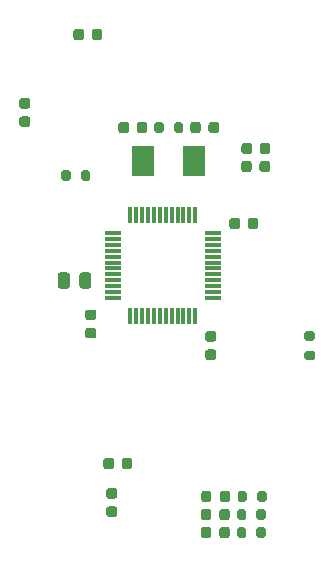
<source format=gbr>
%TF.GenerationSoftware,KiCad,Pcbnew,(5.1.9)-1*%
%TF.CreationDate,2021-02-22T18:19:41+01:00*%
%TF.ProjectId,bluePillG,626c7565-5069-46c6-9c47-2e6b69636164,rev?*%
%TF.SameCoordinates,Original*%
%TF.FileFunction,Paste,Top*%
%TF.FilePolarity,Positive*%
%FSLAX46Y46*%
G04 Gerber Fmt 4.6, Leading zero omitted, Abs format (unit mm)*
G04 Created by KiCad (PCBNEW (5.1.9)-1) date 2021-02-22 18:19:41*
%MOMM*%
%LPD*%
G01*
G04 APERTURE LIST*
%ADD10R,1.475000X0.300000*%
%ADD11R,0.300000X1.475000*%
%ADD12R,1.900000X2.600000*%
G04 APERTURE END LIST*
D10*
%TO.C,IC1*%
X74088000Y-67100000D03*
X74088000Y-67600000D03*
X74088000Y-68100000D03*
X74088000Y-68600000D03*
X74088000Y-69100000D03*
X74088000Y-69600000D03*
X74088000Y-70100000D03*
X74088000Y-70600000D03*
X74088000Y-71100000D03*
X74088000Y-71600000D03*
X74088000Y-72100000D03*
X74088000Y-72600000D03*
D11*
X72600000Y-74088000D03*
X72100000Y-74088000D03*
X71600000Y-74088000D03*
X71100000Y-74088000D03*
X70600000Y-74088000D03*
X70100000Y-74088000D03*
X69600000Y-74088000D03*
X69100000Y-74088000D03*
X68600000Y-74088000D03*
X68100000Y-74088000D03*
X67600000Y-74088000D03*
X67100000Y-74088000D03*
D10*
X65612000Y-72600000D03*
X65612000Y-72100000D03*
X65612000Y-71600000D03*
X65612000Y-71100000D03*
X65612000Y-70600000D03*
X65612000Y-70100000D03*
X65612000Y-69600000D03*
X65612000Y-69100000D03*
X65612000Y-68600000D03*
X65612000Y-68100000D03*
X65612000Y-67600000D03*
X65612000Y-67100000D03*
D11*
X67100000Y-65612000D03*
X67600000Y-65612000D03*
X68100000Y-65612000D03*
X68600000Y-65612000D03*
X69100000Y-65612000D03*
X69600000Y-65612000D03*
X70100000Y-65612000D03*
X70600000Y-65612000D03*
X71100000Y-65612000D03*
X71600000Y-65612000D03*
X72100000Y-65612000D03*
X72600000Y-65612000D03*
%TD*%
D12*
%TO.C,Y2*%
X68208000Y-60960000D03*
X72508000Y-60960000D03*
%TD*%
%TO.C,R7*%
G36*
G01*
X69933000Y-57891000D02*
X69933000Y-58441000D01*
G75*
G02*
X69733000Y-58641000I-200000J0D01*
G01*
X69333000Y-58641000D01*
G75*
G02*
X69133000Y-58441000I0J200000D01*
G01*
X69133000Y-57891000D01*
G75*
G02*
X69333000Y-57691000I200000J0D01*
G01*
X69733000Y-57691000D01*
G75*
G02*
X69933000Y-57891000I0J-200000D01*
G01*
G37*
G36*
G01*
X71583000Y-57891000D02*
X71583000Y-58441000D01*
G75*
G02*
X71383000Y-58641000I-200000J0D01*
G01*
X70983000Y-58641000D01*
G75*
G02*
X70783000Y-58441000I0J200000D01*
G01*
X70783000Y-57891000D01*
G75*
G02*
X70983000Y-57691000I200000J0D01*
G01*
X71383000Y-57691000D01*
G75*
G02*
X71583000Y-57891000I0J-200000D01*
G01*
G37*
%TD*%
%TO.C,R5*%
G36*
G01*
X77831000Y-89683000D02*
X77831000Y-89133000D01*
G75*
G02*
X78031000Y-88933000I200000J0D01*
G01*
X78431000Y-88933000D01*
G75*
G02*
X78631000Y-89133000I0J-200000D01*
G01*
X78631000Y-89683000D01*
G75*
G02*
X78431000Y-89883000I-200000J0D01*
G01*
X78031000Y-89883000D01*
G75*
G02*
X77831000Y-89683000I0J200000D01*
G01*
G37*
G36*
G01*
X76181000Y-89683000D02*
X76181000Y-89133000D01*
G75*
G02*
X76381000Y-88933000I200000J0D01*
G01*
X76781000Y-88933000D01*
G75*
G02*
X76981000Y-89133000I0J-200000D01*
G01*
X76981000Y-89683000D01*
G75*
G02*
X76781000Y-89883000I-200000J0D01*
G01*
X76381000Y-89883000D01*
G75*
G02*
X76181000Y-89683000I0J200000D01*
G01*
G37*
%TD*%
%TO.C,R4*%
G36*
G01*
X77768000Y-92731000D02*
X77768000Y-92181000D01*
G75*
G02*
X77968000Y-91981000I200000J0D01*
G01*
X78368000Y-91981000D01*
G75*
G02*
X78568000Y-92181000I0J-200000D01*
G01*
X78568000Y-92731000D01*
G75*
G02*
X78368000Y-92931000I-200000J0D01*
G01*
X77968000Y-92931000D01*
G75*
G02*
X77768000Y-92731000I0J200000D01*
G01*
G37*
G36*
G01*
X76118000Y-92731000D02*
X76118000Y-92181000D01*
G75*
G02*
X76318000Y-91981000I200000J0D01*
G01*
X76718000Y-91981000D01*
G75*
G02*
X76918000Y-92181000I0J-200000D01*
G01*
X76918000Y-92731000D01*
G75*
G02*
X76718000Y-92931000I-200000J0D01*
G01*
X76318000Y-92931000D01*
G75*
G02*
X76118000Y-92731000I0J200000D01*
G01*
G37*
%TD*%
%TO.C,R3*%
G36*
G01*
X77768000Y-91207000D02*
X77768000Y-90657000D01*
G75*
G02*
X77968000Y-90457000I200000J0D01*
G01*
X78368000Y-90457000D01*
G75*
G02*
X78568000Y-90657000I0J-200000D01*
G01*
X78568000Y-91207000D01*
G75*
G02*
X78368000Y-91407000I-200000J0D01*
G01*
X77968000Y-91407000D01*
G75*
G02*
X77768000Y-91207000I0J200000D01*
G01*
G37*
G36*
G01*
X76118000Y-91207000D02*
X76118000Y-90657000D01*
G75*
G02*
X76318000Y-90457000I200000J0D01*
G01*
X76718000Y-90457000D01*
G75*
G02*
X76918000Y-90657000I0J-200000D01*
G01*
X76918000Y-91207000D01*
G75*
G02*
X76718000Y-91407000I-200000J0D01*
G01*
X76318000Y-91407000D01*
G75*
G02*
X76118000Y-91207000I0J200000D01*
G01*
G37*
%TD*%
%TO.C,R2*%
G36*
G01*
X62909000Y-62505000D02*
X62909000Y-61955000D01*
G75*
G02*
X63109000Y-61755000I200000J0D01*
G01*
X63509000Y-61755000D01*
G75*
G02*
X63709000Y-61955000I0J-200000D01*
G01*
X63709000Y-62505000D01*
G75*
G02*
X63509000Y-62705000I-200000J0D01*
G01*
X63109000Y-62705000D01*
G75*
G02*
X62909000Y-62505000I0J200000D01*
G01*
G37*
G36*
G01*
X61259000Y-62505000D02*
X61259000Y-61955000D01*
G75*
G02*
X61459000Y-61755000I200000J0D01*
G01*
X61859000Y-61755000D01*
G75*
G02*
X62059000Y-61955000I0J-200000D01*
G01*
X62059000Y-62505000D01*
G75*
G02*
X61859000Y-62705000I-200000J0D01*
G01*
X61459000Y-62705000D01*
G75*
G02*
X61259000Y-62505000I0J200000D01*
G01*
G37*
%TD*%
%TO.C,R1*%
G36*
G01*
X82021000Y-77069000D02*
X82571000Y-77069000D01*
G75*
G02*
X82771000Y-77269000I0J-200000D01*
G01*
X82771000Y-77669000D01*
G75*
G02*
X82571000Y-77869000I-200000J0D01*
G01*
X82021000Y-77869000D01*
G75*
G02*
X81821000Y-77669000I0J200000D01*
G01*
X81821000Y-77269000D01*
G75*
G02*
X82021000Y-77069000I200000J0D01*
G01*
G37*
G36*
G01*
X82021000Y-75419000D02*
X82571000Y-75419000D01*
G75*
G02*
X82771000Y-75619000I0J-200000D01*
G01*
X82771000Y-76019000D01*
G75*
G02*
X82571000Y-76219000I-200000J0D01*
G01*
X82021000Y-76219000D01*
G75*
G02*
X81821000Y-76019000I0J200000D01*
G01*
X81821000Y-75619000D01*
G75*
G02*
X82021000Y-75419000I200000J0D01*
G01*
G37*
%TD*%
%TO.C,FB1*%
G36*
G01*
X61980500Y-70669998D02*
X61980500Y-71570002D01*
G75*
G02*
X61730502Y-71820000I-249998J0D01*
G01*
X61205498Y-71820000D01*
G75*
G02*
X60955500Y-71570002I0J249998D01*
G01*
X60955500Y-70669998D01*
G75*
G02*
X61205498Y-70420000I249998J0D01*
G01*
X61730502Y-70420000D01*
G75*
G02*
X61980500Y-70669998I0J-249998D01*
G01*
G37*
G36*
G01*
X63805500Y-70669998D02*
X63805500Y-71570002D01*
G75*
G02*
X63555502Y-71820000I-249998J0D01*
G01*
X63030498Y-71820000D01*
G75*
G02*
X62780500Y-71570002I0J249998D01*
G01*
X62780500Y-70669998D01*
G75*
G02*
X63030498Y-70420000I249998J0D01*
G01*
X63555502Y-70420000D01*
G75*
G02*
X63805500Y-70669998I0J-249998D01*
G01*
G37*
%TD*%
%TO.C,D3*%
G36*
G01*
X73970500Y-89151750D02*
X73970500Y-89664250D01*
G75*
G02*
X73751750Y-89883000I-218750J0D01*
G01*
X73314250Y-89883000D01*
G75*
G02*
X73095500Y-89664250I0J218750D01*
G01*
X73095500Y-89151750D01*
G75*
G02*
X73314250Y-88933000I218750J0D01*
G01*
X73751750Y-88933000D01*
G75*
G02*
X73970500Y-89151750I0J-218750D01*
G01*
G37*
G36*
G01*
X75545500Y-89151750D02*
X75545500Y-89664250D01*
G75*
G02*
X75326750Y-89883000I-218750J0D01*
G01*
X74889250Y-89883000D01*
G75*
G02*
X74670500Y-89664250I0J218750D01*
G01*
X74670500Y-89151750D01*
G75*
G02*
X74889250Y-88933000I218750J0D01*
G01*
X75326750Y-88933000D01*
G75*
G02*
X75545500Y-89151750I0J-218750D01*
G01*
G37*
%TD*%
%TO.C,D2*%
G36*
G01*
X73945000Y-92199750D02*
X73945000Y-92712250D01*
G75*
G02*
X73726250Y-92931000I-218750J0D01*
G01*
X73288750Y-92931000D01*
G75*
G02*
X73070000Y-92712250I0J218750D01*
G01*
X73070000Y-92199750D01*
G75*
G02*
X73288750Y-91981000I218750J0D01*
G01*
X73726250Y-91981000D01*
G75*
G02*
X73945000Y-92199750I0J-218750D01*
G01*
G37*
G36*
G01*
X75520000Y-92199750D02*
X75520000Y-92712250D01*
G75*
G02*
X75301250Y-92931000I-218750J0D01*
G01*
X74863750Y-92931000D01*
G75*
G02*
X74645000Y-92712250I0J218750D01*
G01*
X74645000Y-92199750D01*
G75*
G02*
X74863750Y-91981000I218750J0D01*
G01*
X75301250Y-91981000D01*
G75*
G02*
X75520000Y-92199750I0J-218750D01*
G01*
G37*
%TD*%
%TO.C,D1*%
G36*
G01*
X73945000Y-90675750D02*
X73945000Y-91188250D01*
G75*
G02*
X73726250Y-91407000I-218750J0D01*
G01*
X73288750Y-91407000D01*
G75*
G02*
X73070000Y-91188250I0J218750D01*
G01*
X73070000Y-90675750D01*
G75*
G02*
X73288750Y-90457000I218750J0D01*
G01*
X73726250Y-90457000D01*
G75*
G02*
X73945000Y-90675750I0J-218750D01*
G01*
G37*
G36*
G01*
X75520000Y-90675750D02*
X75520000Y-91188250D01*
G75*
G02*
X75301250Y-91407000I-218750J0D01*
G01*
X74863750Y-91407000D01*
G75*
G02*
X74645000Y-91188250I0J218750D01*
G01*
X74645000Y-90675750D01*
G75*
G02*
X74863750Y-90457000I218750J0D01*
G01*
X75301250Y-90457000D01*
G75*
G02*
X75520000Y-90675750I0J-218750D01*
G01*
G37*
%TD*%
%TO.C,C14*%
G36*
G01*
X63175000Y-50042000D02*
X63175000Y-50542000D01*
G75*
G02*
X62950000Y-50767000I-225000J0D01*
G01*
X62500000Y-50767000D01*
G75*
G02*
X62275000Y-50542000I0J225000D01*
G01*
X62275000Y-50042000D01*
G75*
G02*
X62500000Y-49817000I225000J0D01*
G01*
X62950000Y-49817000D01*
G75*
G02*
X63175000Y-50042000I0J-225000D01*
G01*
G37*
G36*
G01*
X64725000Y-50042000D02*
X64725000Y-50542000D01*
G75*
G02*
X64500000Y-50767000I-225000J0D01*
G01*
X64050000Y-50767000D01*
G75*
G02*
X63825000Y-50542000I0J225000D01*
G01*
X63825000Y-50042000D01*
G75*
G02*
X64050000Y-49817000I225000J0D01*
G01*
X64500000Y-49817000D01*
G75*
G02*
X64725000Y-50042000I0J-225000D01*
G01*
G37*
%TD*%
%TO.C,C12*%
G36*
G01*
X78062000Y-60194000D02*
X78062000Y-59694000D01*
G75*
G02*
X78287000Y-59469000I225000J0D01*
G01*
X78737000Y-59469000D01*
G75*
G02*
X78962000Y-59694000I0J-225000D01*
G01*
X78962000Y-60194000D01*
G75*
G02*
X78737000Y-60419000I-225000J0D01*
G01*
X78287000Y-60419000D01*
G75*
G02*
X78062000Y-60194000I0J225000D01*
G01*
G37*
G36*
G01*
X76512000Y-60194000D02*
X76512000Y-59694000D01*
G75*
G02*
X76737000Y-59469000I225000J0D01*
G01*
X77187000Y-59469000D01*
G75*
G02*
X77412000Y-59694000I0J-225000D01*
G01*
X77412000Y-60194000D01*
G75*
G02*
X77187000Y-60419000I-225000J0D01*
G01*
X76737000Y-60419000D01*
G75*
G02*
X76512000Y-60194000I0J225000D01*
G01*
G37*
%TD*%
%TO.C,C11*%
G36*
G01*
X77033000Y-66544000D02*
X77033000Y-66044000D01*
G75*
G02*
X77258000Y-65819000I225000J0D01*
G01*
X77708000Y-65819000D01*
G75*
G02*
X77933000Y-66044000I0J-225000D01*
G01*
X77933000Y-66544000D01*
G75*
G02*
X77708000Y-66769000I-225000J0D01*
G01*
X77258000Y-66769000D01*
G75*
G02*
X77033000Y-66544000I0J225000D01*
G01*
G37*
G36*
G01*
X75483000Y-66544000D02*
X75483000Y-66044000D01*
G75*
G02*
X75708000Y-65819000I225000J0D01*
G01*
X76158000Y-65819000D01*
G75*
G02*
X76383000Y-66044000I0J-225000D01*
G01*
X76383000Y-66544000D01*
G75*
G02*
X76158000Y-66769000I-225000J0D01*
G01*
X75708000Y-66769000D01*
G75*
G02*
X75483000Y-66544000I0J225000D01*
G01*
G37*
%TD*%
%TO.C,C10*%
G36*
G01*
X63504000Y-75128000D02*
X64004000Y-75128000D01*
G75*
G02*
X64229000Y-75353000I0J-225000D01*
G01*
X64229000Y-75803000D01*
G75*
G02*
X64004000Y-76028000I-225000J0D01*
G01*
X63504000Y-76028000D01*
G75*
G02*
X63279000Y-75803000I0J225000D01*
G01*
X63279000Y-75353000D01*
G75*
G02*
X63504000Y-75128000I225000J0D01*
G01*
G37*
G36*
G01*
X63504000Y-73578000D02*
X64004000Y-73578000D01*
G75*
G02*
X64229000Y-73803000I0J-225000D01*
G01*
X64229000Y-74253000D01*
G75*
G02*
X64004000Y-74478000I-225000J0D01*
G01*
X63504000Y-74478000D01*
G75*
G02*
X63279000Y-74253000I0J225000D01*
G01*
X63279000Y-73803000D01*
G75*
G02*
X63504000Y-73578000I225000J0D01*
G01*
G37*
%TD*%
%TO.C,C9*%
G36*
G01*
X66985000Y-57916000D02*
X66985000Y-58416000D01*
G75*
G02*
X66760000Y-58641000I-225000J0D01*
G01*
X66310000Y-58641000D01*
G75*
G02*
X66085000Y-58416000I0J225000D01*
G01*
X66085000Y-57916000D01*
G75*
G02*
X66310000Y-57691000I225000J0D01*
G01*
X66760000Y-57691000D01*
G75*
G02*
X66985000Y-57916000I0J-225000D01*
G01*
G37*
G36*
G01*
X68535000Y-57916000D02*
X68535000Y-58416000D01*
G75*
G02*
X68310000Y-58641000I-225000J0D01*
G01*
X67860000Y-58641000D01*
G75*
G02*
X67635000Y-58416000I0J225000D01*
G01*
X67635000Y-57916000D01*
G75*
G02*
X67860000Y-57691000I225000J0D01*
G01*
X68310000Y-57691000D01*
G75*
G02*
X68535000Y-57916000I0J-225000D01*
G01*
G37*
%TD*%
%TO.C,C8*%
G36*
G01*
X73664000Y-76956500D02*
X74164000Y-76956500D01*
G75*
G02*
X74389000Y-77181500I0J-225000D01*
G01*
X74389000Y-77631500D01*
G75*
G02*
X74164000Y-77856500I-225000J0D01*
G01*
X73664000Y-77856500D01*
G75*
G02*
X73439000Y-77631500I0J225000D01*
G01*
X73439000Y-77181500D01*
G75*
G02*
X73664000Y-76956500I225000J0D01*
G01*
G37*
G36*
G01*
X73664000Y-75406500D02*
X74164000Y-75406500D01*
G75*
G02*
X74389000Y-75631500I0J-225000D01*
G01*
X74389000Y-76081500D01*
G75*
G02*
X74164000Y-76306500I-225000J0D01*
G01*
X73664000Y-76306500D01*
G75*
G02*
X73439000Y-76081500I0J225000D01*
G01*
X73439000Y-75631500D01*
G75*
G02*
X73664000Y-75406500I225000J0D01*
G01*
G37*
%TD*%
%TO.C,C7*%
G36*
G01*
X73718000Y-58416000D02*
X73718000Y-57916000D01*
G75*
G02*
X73943000Y-57691000I225000J0D01*
G01*
X74393000Y-57691000D01*
G75*
G02*
X74618000Y-57916000I0J-225000D01*
G01*
X74618000Y-58416000D01*
G75*
G02*
X74393000Y-58641000I-225000J0D01*
G01*
X73943000Y-58641000D01*
G75*
G02*
X73718000Y-58416000I0J225000D01*
G01*
G37*
G36*
G01*
X72168000Y-58416000D02*
X72168000Y-57916000D01*
G75*
G02*
X72393000Y-57691000I225000J0D01*
G01*
X72843000Y-57691000D01*
G75*
G02*
X73068000Y-57916000I0J-225000D01*
G01*
X73068000Y-58416000D01*
G75*
G02*
X72843000Y-58641000I-225000J0D01*
G01*
X72393000Y-58641000D01*
G75*
G02*
X72168000Y-58416000I0J225000D01*
G01*
G37*
%TD*%
%TO.C,C6*%
G36*
G01*
X78036000Y-61718000D02*
X78036000Y-61218000D01*
G75*
G02*
X78261000Y-60993000I225000J0D01*
G01*
X78711000Y-60993000D01*
G75*
G02*
X78936000Y-61218000I0J-225000D01*
G01*
X78936000Y-61718000D01*
G75*
G02*
X78711000Y-61943000I-225000J0D01*
G01*
X78261000Y-61943000D01*
G75*
G02*
X78036000Y-61718000I0J225000D01*
G01*
G37*
G36*
G01*
X76486000Y-61718000D02*
X76486000Y-61218000D01*
G75*
G02*
X76711000Y-60993000I225000J0D01*
G01*
X77161000Y-60993000D01*
G75*
G02*
X77386000Y-61218000I0J-225000D01*
G01*
X77386000Y-61718000D01*
G75*
G02*
X77161000Y-61943000I-225000J0D01*
G01*
X76711000Y-61943000D01*
G75*
G02*
X76486000Y-61718000I0J225000D01*
G01*
G37*
%TD*%
%TO.C,C3*%
G36*
G01*
X65282000Y-90241000D02*
X65782000Y-90241000D01*
G75*
G02*
X66007000Y-90466000I0J-225000D01*
G01*
X66007000Y-90916000D01*
G75*
G02*
X65782000Y-91141000I-225000J0D01*
G01*
X65282000Y-91141000D01*
G75*
G02*
X65057000Y-90916000I0J225000D01*
G01*
X65057000Y-90466000D01*
G75*
G02*
X65282000Y-90241000I225000J0D01*
G01*
G37*
G36*
G01*
X65282000Y-88691000D02*
X65782000Y-88691000D01*
G75*
G02*
X66007000Y-88916000I0J-225000D01*
G01*
X66007000Y-89366000D01*
G75*
G02*
X65782000Y-89591000I-225000J0D01*
G01*
X65282000Y-89591000D01*
G75*
G02*
X65057000Y-89366000I0J225000D01*
G01*
X65057000Y-88916000D01*
G75*
G02*
X65282000Y-88691000I225000J0D01*
G01*
G37*
%TD*%
%TO.C,C2*%
G36*
G01*
X58416000Y-56571000D02*
X57916000Y-56571000D01*
G75*
G02*
X57691000Y-56346000I0J225000D01*
G01*
X57691000Y-55896000D01*
G75*
G02*
X57916000Y-55671000I225000J0D01*
G01*
X58416000Y-55671000D01*
G75*
G02*
X58641000Y-55896000I0J-225000D01*
G01*
X58641000Y-56346000D01*
G75*
G02*
X58416000Y-56571000I-225000J0D01*
G01*
G37*
G36*
G01*
X58416000Y-58121000D02*
X57916000Y-58121000D01*
G75*
G02*
X57691000Y-57896000I0J225000D01*
G01*
X57691000Y-57446000D01*
G75*
G02*
X57916000Y-57221000I225000J0D01*
G01*
X58416000Y-57221000D01*
G75*
G02*
X58641000Y-57446000I0J-225000D01*
G01*
X58641000Y-57896000D01*
G75*
G02*
X58416000Y-58121000I-225000J0D01*
G01*
G37*
%TD*%
%TO.C,C1*%
G36*
G01*
X66365000Y-86864000D02*
X66365000Y-86364000D01*
G75*
G02*
X66590000Y-86139000I225000J0D01*
G01*
X67040000Y-86139000D01*
G75*
G02*
X67265000Y-86364000I0J-225000D01*
G01*
X67265000Y-86864000D01*
G75*
G02*
X67040000Y-87089000I-225000J0D01*
G01*
X66590000Y-87089000D01*
G75*
G02*
X66365000Y-86864000I0J225000D01*
G01*
G37*
G36*
G01*
X64815000Y-86864000D02*
X64815000Y-86364000D01*
G75*
G02*
X65040000Y-86139000I225000J0D01*
G01*
X65490000Y-86139000D01*
G75*
G02*
X65715000Y-86364000I0J-225000D01*
G01*
X65715000Y-86864000D01*
G75*
G02*
X65490000Y-87089000I-225000J0D01*
G01*
X65040000Y-87089000D01*
G75*
G02*
X64815000Y-86864000I0J225000D01*
G01*
G37*
%TD*%
M02*

</source>
